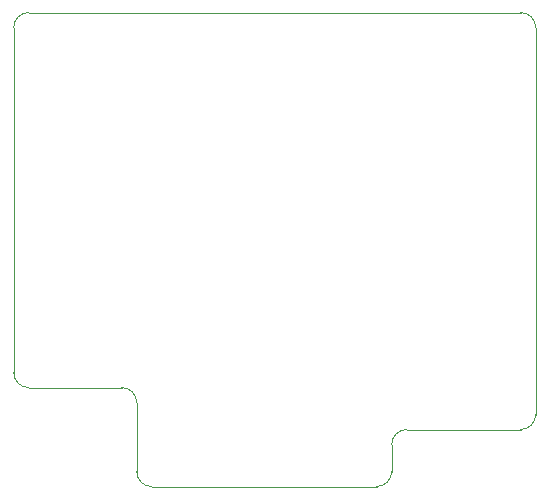
<source format=gbr>
%TF.GenerationSoftware,KiCad,Pcbnew,7.0.9*%
%TF.CreationDate,2023-11-29T23:55:16+08:00*%
%TF.ProjectId,ohmify-overdrive,6f686d69-6679-42d6-9f76-657264726976,rev?*%
%TF.SameCoordinates,Original*%
%TF.FileFunction,Profile,NP*%
%FSLAX46Y46*%
G04 Gerber Fmt 4.6, Leading zero omitted, Abs format (unit mm)*
G04 Created by KiCad (PCBNEW 7.0.9) date 2023-11-29 23:55:16*
%MOMM*%
%LPD*%
G01*
G04 APERTURE LIST*
%TA.AperFunction,Profile*%
%ADD10C,0.100000*%
%TD*%
G04 APERTURE END LIST*
D10*
X167640000Y-139700000D02*
X167640000Y-137414000D01*
X146050000Y-133858000D02*
G75*
G03*
X144780000Y-132588000I-1270000J0D01*
G01*
X135636000Y-131318000D02*
G75*
G03*
X136906000Y-132588000I1270000J0D01*
G01*
X179832000Y-102108000D02*
X179832000Y-134874000D01*
X136906000Y-100838000D02*
X178562000Y-100838000D01*
X168910000Y-136144000D02*
X178562000Y-136144000D01*
X136906000Y-100838000D02*
G75*
G03*
X135636000Y-102108000I0J-1270000D01*
G01*
X178562000Y-136144000D02*
G75*
G03*
X179832000Y-134874000I0J1270000D01*
G01*
X179832000Y-102108000D02*
G75*
G03*
X178562000Y-100838000I-1270000J0D01*
G01*
X166370000Y-140970000D02*
X147320000Y-140970000D01*
X136906000Y-132588000D02*
X144780000Y-132588000D01*
X166370000Y-140970000D02*
G75*
G03*
X167640000Y-139700000I0J1270000D01*
G01*
X146050000Y-139700000D02*
G75*
G03*
X147320000Y-140970000I1270000J0D01*
G01*
X135636000Y-131318000D02*
X135636000Y-102108000D01*
X146050000Y-133858000D02*
X146050000Y-139700000D01*
X168910000Y-136144000D02*
G75*
G03*
X167640000Y-137414000I0J-1270000D01*
G01*
M02*

</source>
